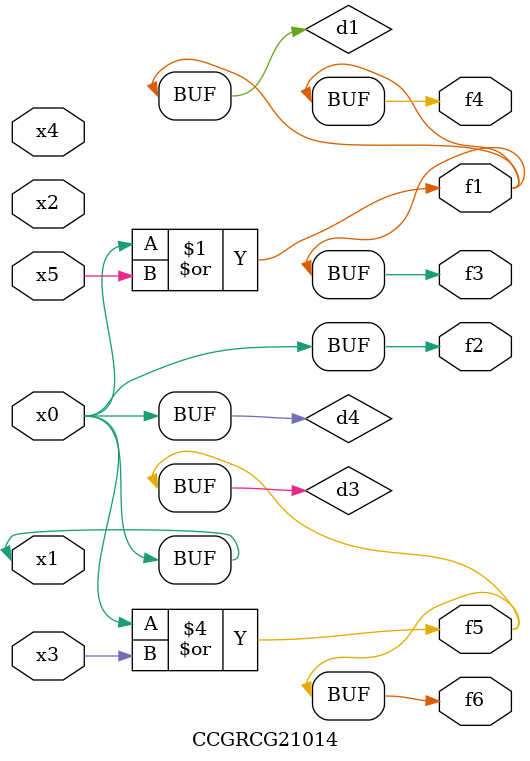
<source format=v>
module CCGRCG21014(
	input x0, x1, x2, x3, x4, x5,
	output f1, f2, f3, f4, f5, f6
);

	wire d1, d2, d3, d4;

	or (d1, x0, x5);
	xnor (d2, x1, x4);
	or (d3, x0, x3);
	buf (d4, x0, x1);
	assign f1 = d1;
	assign f2 = d4;
	assign f3 = d1;
	assign f4 = d1;
	assign f5 = d3;
	assign f6 = d3;
endmodule

</source>
